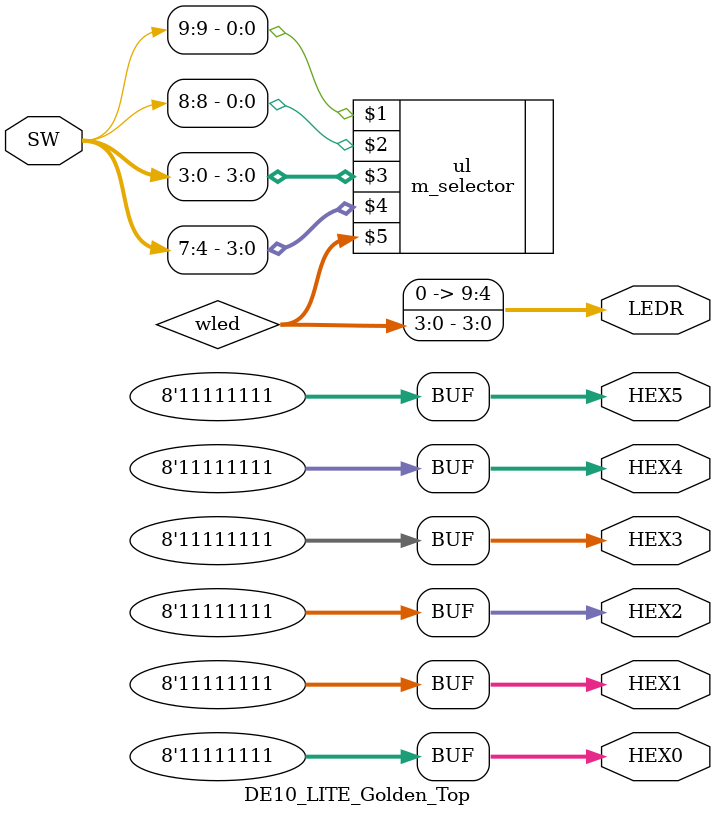
<source format=v>


`define ENABLE_HEX0
`define ENABLE_HEX1
`define ENABLE_HEX2
`define ENABLE_HEX3
`define ENABLE_HEX4
`define ENABLE_HEX5
// `define ENABLE_KEY
`define ENABLE_LED
`define ENABLE_SW
// `define ENABLE_VGA
// `define ENABLE_ACCELEROMETER
// `define ENABLE_ARDUINO
// `define ENABLE_GPIO

module DE10_LITE_Golden_Top(

	//////////// ADC CLOCK: 3.3-V LVTTL //////////
`ifdef ENABLE_ADC_CLOCK
	input 		          		ADC_CLK_10,
`endif
	//////////// CLOCK 1: 3.3-V LVTTL //////////
`ifdef ENABLE_CLOCK1
	input 		          		MAX10_CLK1_50,
`endif
	//////////// CLOCK 2: 3.3-V LVTTL //////////
`ifdef ENABLE_CLOCK2
	input 		          		MAX10_CLK2_50,
`endif

	//////////// SDRAM: 3.3-V LVTTL //////////
`ifdef ENABLE_SDRAM
	output		    [12:0]		DRAM_ADDR,
	output		     [1:0]		DRAM_BA,
	output		          		DRAM_CAS_N,
	output		          		DRAM_CKE,
	output		          		DRAM_CLK,
	output		          		DRAM_CS_N,
	inout 		    [15:0]		DRAM_DQ,
	output		          		DRAM_LDQM,
	output		          		DRAM_RAS_N,
	output		          		DRAM_UDQM,
	output		          		DRAM_WE_N,
`endif

	//////////// SEG7: 3.3-V LVTTL //////////
`ifdef ENABLE_HEX0
	output		     [7:0]		HEX0,
`endif
`ifdef ENABLE_HEX1
	output		     [7:0]		HEX1,
`endif
`ifdef ENABLE_HEX2
	output		     [7:0]		HEX2,
`endif
`ifdef ENABLE_HEX3
	output		     [7:0]		HEX3,
`endif
`ifdef ENABLE_HEX4
	output		     [7:0]		HEX4,
`endif
`ifdef ENABLE_HEX5
	output		     [7:0]		HEX5,
`endif

	//////////// KEY: 3.3 V SCHMITT TRIGGER //////////
`ifdef ENABLE_KEY
	input 		     [1:0]		KEY,
`endif

	//////////// LED: 3.3-V LVTTL //////////
`ifdef ENABLE_LED
	output		     [9:0]		LEDR,
`endif

	//////////// SW: 3.3-V LVTTL //////////
`ifdef ENABLE_SW
	input 		     [9:0]		SW
`endif

	//////////// VGA: 3.3-V LVTTL //////////
`ifdef ENABLE_VGA
	output		     [3:0]		VGA_B,
	output		     [3:0]		VGA_G,
	output		          		VGA_HS,
	output		     [3:0]		VGA_R,
	output		          		VGA_VS,
`endif

	//////////// Accelerometer: 3.3-V LVTTL //////////
`ifdef ENABLE_ACCELEROMETER
	output		          		GSENSOR_CS_N,
	input 		     [2:1]		GSENSOR_INT,
	output		          		GSENSOR_SCLK,
	inout 		          		GSENSOR_SDI,
	inout 		          		GSENSOR_SDO,
`endif

	//////////// Arduino: 3.3-V LVTTL //////////
`ifdef ENABLE_ARDUINO
	inout 		    [15:0]		ARDUINO_IO,
	inout 		          		ARDUINO_RESET_N,
`endif

	//////////// GPIO, GPIO connect to GPIO Default: 3.3-V LVTTL //////////
`ifdef ENABLE_GPIO
	inout 		    [35:0]		GPIO
`endif
);

//=======================================================
//  REG/WIRE declarations
//=======================================================
assign HEX0=8'hff;
assign HEX1=8'hff;
assign HEX2=8'hff;
assign HEX3=8'hff;
assign HEX4=8'hff;
assign HEX5=8'hff;

wire [3:0] wled;

assign LEDR={6'h0, wled};
m_selector ul(SW[9], SW[8], SW[3:0], SW[7:4], wled);

//=======================================================
//  Structural coding
//=======================================================
   

endmodule

</source>
